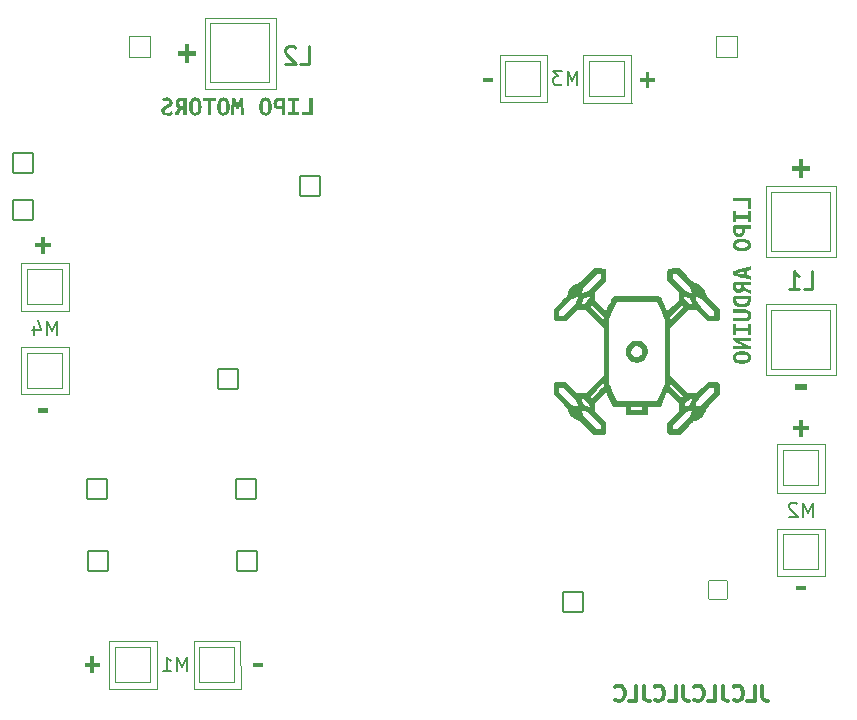
<source format=gbo>
G04 #@! TF.GenerationSoftware,KiCad,Pcbnew,(6.0.10)*
G04 #@! TF.CreationDate,2023-05-03T21:15:51-04:00*
G04 #@! TF.ProjectId,MiniCopterSchematic,4d696e69-436f-4707-9465-72536368656d,v01*
G04 #@! TF.SameCoordinates,Original*
G04 #@! TF.FileFunction,Legend,Bot*
G04 #@! TF.FilePolarity,Positive*
%FSLAX46Y46*%
G04 Gerber Fmt 4.6, Leading zero omitted, Abs format (unit mm)*
G04 Created by KiCad (PCBNEW (6.0.10)) date 2023-05-03 21:15:51*
%MOMM*%
%LPD*%
G01*
G04 APERTURE LIST*
G04 Aperture macros list*
%AMRoundRect*
0 Rectangle with rounded corners*
0 $1 Rounding radius*
0 $2 $3 $4 $5 $6 $7 $8 $9 X,Y pos of 4 corners*
0 Add a 4 corners polygon primitive as box body*
4,1,4,$2,$3,$4,$5,$6,$7,$8,$9,$2,$3,0*
0 Add four circle primitives for the rounded corners*
1,1,$1+$1,$2,$3*
1,1,$1+$1,$4,$5*
1,1,$1+$1,$6,$7*
1,1,$1+$1,$8,$9*
0 Add four rect primitives between the rounded corners*
20,1,$1+$1,$2,$3,$4,$5,0*
20,1,$1+$1,$4,$5,$6,$7,0*
20,1,$1+$1,$6,$7,$8,$9,0*
20,1,$1+$1,$8,$9,$2,$3,0*%
G04 Aperture macros list end*
%ADD10C,0.300000*%
%ADD11C,0.200000*%
%ADD12C,0.250000*%
%ADD13C,0.120000*%
%ADD14C,6.500000*%
%ADD15RoundRect,0.050000X0.850000X-0.850000X0.850000X0.850000X-0.850000X0.850000X-0.850000X-0.850000X0*%
%ADD16O,1.800000X1.800000*%
%ADD17C,1.800000*%
%ADD18C,1.700000*%
%ADD19O,1.700000X1.700000*%
%ADD20RoundRect,0.050000X-0.850000X-0.850000X0.850000X-0.850000X0.850000X0.850000X-0.850000X0.850000X0*%
%ADD21RoundRect,0.050000X0.900000X0.900000X-0.900000X0.900000X-0.900000X-0.900000X0.900000X-0.900000X0*%
%ADD22C,1.900000*%
%ADD23RoundRect,0.050000X-0.850000X0.850000X-0.850000X-0.850000X0.850000X-0.850000X0.850000X0.850000X0*%
%ADD24RoundRect,0.050000X0.800000X-0.800000X0.800000X0.800000X-0.800000X0.800000X-0.800000X-0.800000X0*%
%ADD25RoundRect,0.050000X-1.500000X1.500000X-1.500000X-1.500000X1.500000X-1.500000X1.500000X1.500000X0*%
%ADD26RoundRect,0.050000X-2.500000X-2.500000X2.500000X-2.500000X2.500000X2.500000X-2.500000X2.500000X0*%
%ADD27RoundRect,0.050000X-1.500000X-1.500000X1.500000X-1.500000X1.500000X1.500000X-1.500000X1.500000X0*%
%ADD28RoundRect,0.050000X-2.500000X2.500000X-2.500000X-2.500000X2.500000X-2.500000X2.500000X2.500000X0*%
%ADD29RoundRect,0.050000X1.500000X1.500000X-1.500000X1.500000X-1.500000X-1.500000X1.500000X-1.500000X0*%
G04 APERTURE END LIST*
D10*
X140704761Y-130288095D02*
X140704761Y-131216666D01*
X140766666Y-131402380D01*
X140890476Y-131526190D01*
X141076190Y-131588095D01*
X141200000Y-131588095D01*
X139466666Y-131588095D02*
X140085714Y-131588095D01*
X140085714Y-130288095D01*
X138290476Y-131464285D02*
X138352380Y-131526190D01*
X138538095Y-131588095D01*
X138661904Y-131588095D01*
X138847619Y-131526190D01*
X138971428Y-131402380D01*
X139033333Y-131278571D01*
X139095238Y-131030952D01*
X139095238Y-130845238D01*
X139033333Y-130597619D01*
X138971428Y-130473809D01*
X138847619Y-130350000D01*
X138661904Y-130288095D01*
X138538095Y-130288095D01*
X138352380Y-130350000D01*
X138290476Y-130411904D01*
X137361904Y-130288095D02*
X137361904Y-131216666D01*
X137423809Y-131402380D01*
X137547619Y-131526190D01*
X137733333Y-131588095D01*
X137857142Y-131588095D01*
X136123809Y-131588095D02*
X136742857Y-131588095D01*
X136742857Y-130288095D01*
X134947619Y-131464285D02*
X135009523Y-131526190D01*
X135195238Y-131588095D01*
X135319047Y-131588095D01*
X135504761Y-131526190D01*
X135628571Y-131402380D01*
X135690476Y-131278571D01*
X135752380Y-131030952D01*
X135752380Y-130845238D01*
X135690476Y-130597619D01*
X135628571Y-130473809D01*
X135504761Y-130350000D01*
X135319047Y-130288095D01*
X135195238Y-130288095D01*
X135009523Y-130350000D01*
X134947619Y-130411904D01*
X134019047Y-130288095D02*
X134019047Y-131216666D01*
X134080952Y-131402380D01*
X134204761Y-131526190D01*
X134390476Y-131588095D01*
X134514285Y-131588095D01*
X132780952Y-131588095D02*
X133400000Y-131588095D01*
X133400000Y-130288095D01*
X131604761Y-131464285D02*
X131666666Y-131526190D01*
X131852380Y-131588095D01*
X131976190Y-131588095D01*
X132161904Y-131526190D01*
X132285714Y-131402380D01*
X132347619Y-131278571D01*
X132409523Y-131030952D01*
X132409523Y-130845238D01*
X132347619Y-130597619D01*
X132285714Y-130473809D01*
X132161904Y-130350000D01*
X131976190Y-130288095D01*
X131852380Y-130288095D01*
X131666666Y-130350000D01*
X131604761Y-130411904D01*
X130676190Y-130288095D02*
X130676190Y-131216666D01*
X130738095Y-131402380D01*
X130861904Y-131526190D01*
X131047619Y-131588095D01*
X131171428Y-131588095D01*
X129438095Y-131588095D02*
X130057142Y-131588095D01*
X130057142Y-130288095D01*
X128261904Y-131464285D02*
X128323809Y-131526190D01*
X128509523Y-131588095D01*
X128633333Y-131588095D01*
X128819047Y-131526190D01*
X128942857Y-131402380D01*
X129004761Y-131278571D01*
X129066666Y-131030952D01*
X129066666Y-130845238D01*
X129004761Y-130597619D01*
X128942857Y-130473809D01*
X128819047Y-130350000D01*
X128633333Y-130288095D01*
X128509523Y-130288095D01*
X128323809Y-130350000D01*
X128261904Y-130411904D01*
D11*
X144971428Y-115986857D02*
X144971428Y-114786857D01*
X144571428Y-115644000D01*
X144171428Y-114786857D01*
X144171428Y-115986857D01*
X143657142Y-114901142D02*
X143600000Y-114844000D01*
X143485714Y-114786857D01*
X143200000Y-114786857D01*
X143085714Y-114844000D01*
X143028571Y-114901142D01*
X142971428Y-115015428D01*
X142971428Y-115129714D01*
X143028571Y-115301142D01*
X143714285Y-115986857D01*
X142971428Y-115986857D01*
D12*
X101620000Y-77628571D02*
X102334285Y-77628571D01*
X102334285Y-76128571D01*
X101191428Y-76271428D02*
X101120000Y-76200000D01*
X100977142Y-76128571D01*
X100620000Y-76128571D01*
X100477142Y-76200000D01*
X100405714Y-76271428D01*
X100334285Y-76414285D01*
X100334285Y-76557142D01*
X100405714Y-76771428D01*
X101262857Y-77628571D01*
X100334285Y-77628571D01*
D11*
X91971428Y-129042857D02*
X91971428Y-127842857D01*
X91571428Y-128700000D01*
X91171428Y-127842857D01*
X91171428Y-129042857D01*
X89971428Y-129042857D02*
X90657142Y-129042857D01*
X90314285Y-129042857D02*
X90314285Y-127842857D01*
X90428571Y-128014285D01*
X90542857Y-128128571D01*
X90657142Y-128185714D01*
D12*
X144250000Y-96678571D02*
X144964285Y-96678571D01*
X144964285Y-95178571D01*
X142964285Y-96678571D02*
X143821428Y-96678571D01*
X143392857Y-96678571D02*
X143392857Y-95178571D01*
X143535714Y-95392857D01*
X143678571Y-95535714D01*
X143821428Y-95607142D01*
D11*
X80971428Y-100598857D02*
X80971428Y-99398857D01*
X80571428Y-100256000D01*
X80171428Y-99398857D01*
X80171428Y-100598857D01*
X79085714Y-99798857D02*
X79085714Y-100598857D01*
X79371428Y-99341714D02*
X79657142Y-100198857D01*
X78914285Y-100198857D01*
X125027428Y-79442857D02*
X125027428Y-78242857D01*
X124627428Y-79100000D01*
X124227428Y-78242857D01*
X124227428Y-79442857D01*
X123770285Y-78242857D02*
X123027428Y-78242857D01*
X123427428Y-78700000D01*
X123256000Y-78700000D01*
X123141714Y-78757142D01*
X123084571Y-78814285D01*
X123027428Y-78928571D01*
X123027428Y-79214285D01*
X123084571Y-79328571D01*
X123141714Y-79385714D01*
X123256000Y-79442857D01*
X123598857Y-79442857D01*
X123713142Y-79385714D01*
X123770285Y-79328571D01*
G36*
X98434975Y-128712087D02*
G01*
X97565025Y-128712087D01*
X97565025Y-128327912D01*
X98434975Y-128327912D01*
X98434975Y-128712087D01*
G37*
G36*
X144434975Y-122192087D02*
G01*
X143565025Y-122192087D01*
X143565025Y-121807912D01*
X144434975Y-121807912D01*
X144434975Y-122192087D01*
G37*
G36*
X131168275Y-78839663D02*
G01*
X131666750Y-78839663D01*
X131666750Y-79160337D01*
X131168275Y-79160337D01*
X131168275Y-79712788D01*
X130831725Y-79712788D01*
X130831725Y-79160337D01*
X130333250Y-79160337D01*
X130333250Y-78839663D01*
X130831725Y-78839663D01*
X130831725Y-78287212D01*
X131168275Y-78287212D01*
X131168275Y-78839663D01*
G37*
G36*
X117934975Y-79192087D02*
G01*
X117065025Y-79192087D01*
X117065025Y-78807912D01*
X117934975Y-78807912D01*
X117934975Y-79192087D01*
G37*
G36*
X92193516Y-76565612D02*
G01*
X92766763Y-76565612D01*
X92766763Y-76934388D01*
X92193516Y-76934388D01*
X92193516Y-77569706D01*
X91806484Y-77569706D01*
X91806484Y-76934388D01*
X91233237Y-76934388D01*
X91233237Y-76565612D01*
X91806484Y-76565612D01*
X91806484Y-75930294D01*
X92193516Y-75930294D01*
X92193516Y-76565612D01*
G37*
G36*
X144168275Y-108339663D02*
G01*
X144666750Y-108339663D01*
X144666750Y-108660337D01*
X144168275Y-108660337D01*
X144168275Y-109212788D01*
X143831725Y-109212788D01*
X143831725Y-108660337D01*
X143333250Y-108660337D01*
X143333250Y-108339663D01*
X143831725Y-108339663D01*
X143831725Y-107787212D01*
X144168275Y-107787212D01*
X144168275Y-108339663D01*
G37*
G36*
X79968275Y-92839663D02*
G01*
X80466750Y-92839663D01*
X80466750Y-93160337D01*
X79968275Y-93160337D01*
X79968275Y-93712788D01*
X79631725Y-93712788D01*
X79631725Y-93160337D01*
X79133250Y-93160337D01*
X79133250Y-92839663D01*
X79631725Y-92839663D01*
X79631725Y-92287212D01*
X79968275Y-92287212D01*
X79968275Y-92839663D01*
G37*
G36*
X80234975Y-107192087D02*
G01*
X79365025Y-107192087D01*
X79365025Y-106807912D01*
X80234975Y-106807912D01*
X80234975Y-107192087D01*
G37*
G36*
X144193516Y-86315612D02*
G01*
X144766763Y-86315612D01*
X144766763Y-86684388D01*
X144193516Y-86684388D01*
X144193516Y-87319706D01*
X143806484Y-87319706D01*
X143806484Y-86684388D01*
X143233237Y-86684388D01*
X143233237Y-86315612D01*
X143806484Y-86315612D01*
X143806484Y-85680294D01*
X144193516Y-85680294D01*
X144193516Y-86315612D01*
G37*
G36*
X84168275Y-128339663D02*
G01*
X84666750Y-128339663D01*
X84666750Y-128660337D01*
X84168275Y-128660337D01*
X84168275Y-129212788D01*
X83831725Y-129212788D01*
X83831725Y-128660337D01*
X83333250Y-128660337D01*
X83333250Y-128339663D01*
X83831725Y-128339663D01*
X83831725Y-127787212D01*
X84168275Y-127787212D01*
X84168275Y-128339663D01*
G37*
G36*
X144500221Y-105220901D02*
G01*
X143499779Y-105220901D01*
X143499779Y-104779099D01*
X144500221Y-104779099D01*
X144500221Y-105220901D01*
G37*
G36*
X139738187Y-101083969D02*
G01*
X138759494Y-101083969D01*
X138922874Y-101172472D01*
X139085990Y-101257006D01*
X139248841Y-101337572D01*
X139411692Y-101414169D01*
X139574807Y-101486797D01*
X139738187Y-101555456D01*
X139738187Y-101791200D01*
X138264194Y-101791200D01*
X138264194Y-101526881D01*
X139171450Y-101526881D01*
X139078581Y-101484912D01*
X138971425Y-101435203D01*
X138855339Y-101379244D01*
X138735681Y-101318522D01*
X138613940Y-101254526D01*
X138491603Y-101188744D01*
X138373434Y-101122069D01*
X138264194Y-101055394D01*
X138264194Y-100819650D01*
X139738187Y-100819650D01*
X139738187Y-101083969D01*
G37*
G36*
X139738187Y-95611856D02*
G01*
X139738187Y-95926181D01*
X139571071Y-95886891D01*
X139408813Y-95847124D01*
X139251412Y-95806881D01*
X139098869Y-95766161D01*
X138951184Y-95724966D01*
X138772070Y-95673099D01*
X138597866Y-95621084D01*
X138428574Y-95568919D01*
X138264194Y-95516606D01*
X138264194Y-95349919D01*
X138549944Y-95349919D01*
X138708297Y-95393972D01*
X138855934Y-95432072D01*
X139002381Y-95464219D01*
X139154781Y-95492794D01*
X139154781Y-95204663D01*
X139002381Y-95234428D01*
X138855934Y-95267766D01*
X138708297Y-95305866D01*
X138549944Y-95349919D01*
X138264194Y-95349919D01*
X138264194Y-95197519D01*
X138427235Y-95147066D01*
X138594890Y-95095720D01*
X138767158Y-95043482D01*
X138944041Y-94990350D01*
X139090487Y-94947583D01*
X139243126Y-94905006D01*
X139401955Y-94862620D01*
X139566976Y-94820424D01*
X139738187Y-94778419D01*
X139738187Y-95083219D01*
X139397669Y-95149894D01*
X139397669Y-95542800D01*
X139738187Y-95611856D01*
G37*
G36*
X139738187Y-89899238D02*
G01*
X139495300Y-89899238D01*
X139495300Y-89268206D01*
X138264194Y-89268206D01*
X138264194Y-88972931D01*
X139738187Y-88972931D01*
X139738187Y-89899238D01*
G37*
G36*
X139327422Y-98427684D02*
G01*
X139438150Y-98445544D01*
X139535186Y-98477691D01*
X139616744Y-98526506D01*
X139729853Y-98680097D01*
X139759321Y-98788146D01*
X139769144Y-98919413D01*
X139759321Y-99052763D01*
X139729853Y-99162300D01*
X139681930Y-99250406D01*
X139616744Y-99319463D01*
X139535186Y-99370064D01*
X139438150Y-99402806D01*
X139327422Y-99420666D01*
X139204787Y-99426619D01*
X138264194Y-99426619D01*
X138264194Y-99133725D01*
X139183356Y-99133725D01*
X139339328Y-99124200D01*
X139441722Y-99090863D01*
X139497681Y-99026569D01*
X139514350Y-98924175D01*
X139497681Y-98821781D01*
X139442912Y-98758678D01*
X139341709Y-98726531D01*
X139185737Y-98717006D01*
X138264194Y-98717006D01*
X138264194Y-98421731D01*
X139204787Y-98421731D01*
X139327422Y-98427684D01*
G37*
G36*
X139227409Y-91887449D02*
G01*
X139188119Y-92034690D01*
X139122634Y-92153091D01*
X139027781Y-92239742D01*
X138900384Y-92291732D01*
X138740444Y-92309063D01*
X138582091Y-92291865D01*
X138456281Y-92240271D01*
X138363016Y-92154281D01*
X138298854Y-92037071D01*
X138260357Y-91891815D01*
X138249993Y-91751850D01*
X138502319Y-91751850D01*
X138515713Y-91856923D01*
X138555897Y-91938778D01*
X138628227Y-91991463D01*
X138738062Y-92009025D01*
X138853851Y-91991166D01*
X138929753Y-91937588D01*
X138971723Y-91848886D01*
X138985712Y-91725656D01*
X138985712Y-91606594D01*
X138509462Y-91606594D01*
X138503509Y-91679222D01*
X138502319Y-91751850D01*
X138249993Y-91751850D01*
X138247525Y-91718513D01*
X138249906Y-91625644D01*
X138255859Y-91518488D01*
X138266575Y-91410141D01*
X138283244Y-91313700D01*
X139738187Y-91313700D01*
X139738187Y-91606594D01*
X139240506Y-91606594D01*
X139240506Y-91711369D01*
X139227409Y-91887449D01*
G37*
G36*
X139747580Y-102654006D02*
G01*
X139682890Y-102784181D01*
X139575072Y-102888956D01*
X139466353Y-102949380D01*
X139334268Y-102992541D01*
X139178817Y-103018437D01*
X139000000Y-103027069D01*
X138821183Y-103018586D01*
X138665732Y-102993136D01*
X138533647Y-102950720D01*
X138424928Y-102891338D01*
X138317110Y-102787092D01*
X138252420Y-102655329D01*
X138230856Y-102496050D01*
X138485650Y-102496050D01*
X138526131Y-102617494D01*
X138635669Y-102687741D01*
X138798784Y-102721078D01*
X138896118Y-102727329D01*
X139000000Y-102729413D01*
X139103584Y-102727329D01*
X139200025Y-102721078D01*
X139363141Y-102687741D01*
X139473869Y-102616303D01*
X139514350Y-102496050D01*
X139473869Y-102374606D01*
X139364331Y-102304359D01*
X139201216Y-102271022D01*
X139103882Y-102264771D01*
X139000000Y-102262688D01*
X138896416Y-102264771D01*
X138799975Y-102271022D01*
X138636859Y-102304359D01*
X138526131Y-102374606D01*
X138485650Y-102496050D01*
X138230856Y-102496050D01*
X138252420Y-102341533D01*
X138317110Y-102211358D01*
X138424928Y-102105525D01*
X138533647Y-102044059D01*
X138665732Y-102000155D01*
X138821183Y-101973812D01*
X139000000Y-101965031D01*
X139178817Y-101973589D01*
X139334268Y-101999262D01*
X139466353Y-102042050D01*
X139575072Y-102101953D01*
X139682890Y-102206860D01*
X139747580Y-102339020D01*
X139768822Y-102496050D01*
X139769144Y-102498431D01*
X139747580Y-102654006D01*
G37*
G36*
X138507081Y-90444544D02*
G01*
X139495300Y-90444544D01*
X139495300Y-90123075D01*
X139738187Y-90123075D01*
X139738187Y-91058906D01*
X139495300Y-91058906D01*
X139495300Y-90739819D01*
X138507081Y-90739819D01*
X138507081Y-91058906D01*
X138264194Y-91058906D01*
X138264194Y-90123075D01*
X138507081Y-90123075D01*
X138507081Y-90444544D01*
G37*
G36*
X139715566Y-97856184D02*
G01*
X139661690Y-97972568D01*
X139583406Y-98071688D01*
X139479524Y-98152352D01*
X139348853Y-98213372D01*
X139189607Y-98251770D01*
X139000000Y-98264569D01*
X138814560Y-98252960D01*
X138658291Y-98218134D01*
X138529108Y-98162473D01*
X138424928Y-98088356D01*
X138345454Y-97995785D01*
X138290387Y-97884759D01*
X138258241Y-97758255D01*
X138249544Y-97645444D01*
X138502319Y-97645444D01*
X138543991Y-97804988D01*
X138654719Y-97902619D01*
X138814262Y-97952625D01*
X139000000Y-97966913D01*
X139105073Y-97962448D01*
X139201216Y-97949053D01*
X139359569Y-97889522D01*
X139464344Y-97779984D01*
X139502444Y-97612106D01*
X139502444Y-97585913D01*
X139500062Y-97559719D01*
X138509462Y-97559719D01*
X138503509Y-97602581D01*
X138502319Y-97645444D01*
X138249544Y-97645444D01*
X138247525Y-97619250D01*
X138254669Y-97454944D01*
X138283244Y-97266825D01*
X139721519Y-97266825D01*
X139748903Y-97427559D01*
X139757237Y-97581150D01*
X139756892Y-97585913D01*
X139746820Y-97724918D01*
X139715566Y-97856184D01*
G37*
G36*
X138507081Y-99969544D02*
G01*
X139495300Y-99969544D01*
X139495300Y-99648075D01*
X139738187Y-99648075D01*
X139738187Y-100583906D01*
X139495300Y-100583906D01*
X139495300Y-100264819D01*
X138507081Y-100264819D01*
X138507081Y-100583906D01*
X138264194Y-100583906D01*
X138264194Y-99648075D01*
X138507081Y-99648075D01*
X138507081Y-99969544D01*
G37*
G36*
X139330101Y-96602159D02*
G01*
X139463153Y-96677466D01*
X139597991Y-96745629D01*
X139738187Y-96804863D01*
X139738187Y-97112044D01*
X139582216Y-97044178D01*
X139417909Y-96962025D01*
X139260747Y-96873919D01*
X139123825Y-96788194D01*
X139056555Y-96892373D01*
X138964281Y-96962025D01*
X138853553Y-97001316D01*
X138730919Y-97014413D01*
X138615130Y-97004590D01*
X138515416Y-96975122D01*
X138364206Y-96862013D01*
X138312414Y-96781050D01*
X138276100Y-96685800D01*
X138254669Y-96577453D01*
X138247525Y-96457200D01*
X138502319Y-96457200D01*
X138516011Y-96562570D01*
X138557087Y-96645319D01*
X138627334Y-96698897D01*
X138728537Y-96716756D01*
X138894034Y-96650081D01*
X138937790Y-96562570D01*
X138952375Y-96433388D01*
X138952375Y-96369094D01*
X138509462Y-96369094D01*
X138503509Y-96416719D01*
X138502319Y-96457200D01*
X138247525Y-96457200D01*
X138249906Y-96373856D01*
X138255859Y-96273844D01*
X138267766Y-96170259D01*
X138285625Y-96076200D01*
X139738187Y-96076200D01*
X139738187Y-96369094D01*
X139195262Y-96369094D01*
X139195262Y-96521494D01*
X139330101Y-96602159D01*
G37*
G36*
X139747580Y-93129006D02*
G01*
X139682890Y-93259181D01*
X139575072Y-93363956D01*
X139466353Y-93424380D01*
X139334268Y-93467541D01*
X139178817Y-93493437D01*
X139000000Y-93502069D01*
X138821183Y-93493586D01*
X138665732Y-93468136D01*
X138533647Y-93425720D01*
X138424928Y-93366338D01*
X138317110Y-93262092D01*
X138252420Y-93130329D01*
X138230856Y-92971050D01*
X138485650Y-92971050D01*
X138526131Y-93092494D01*
X138635669Y-93162741D01*
X138798784Y-93196078D01*
X138896118Y-93202329D01*
X139000000Y-93204413D01*
X139103584Y-93202329D01*
X139200025Y-93196078D01*
X139363141Y-93162741D01*
X139473869Y-93091303D01*
X139514350Y-92971050D01*
X139473869Y-92849606D01*
X139364331Y-92779359D01*
X139201216Y-92746022D01*
X139103882Y-92739771D01*
X139000000Y-92737688D01*
X138896416Y-92739771D01*
X138799975Y-92746022D01*
X138636859Y-92779359D01*
X138526131Y-92849606D01*
X138485650Y-92971050D01*
X138230856Y-92971050D01*
X138252420Y-92816533D01*
X138317110Y-92686358D01*
X138424928Y-92580525D01*
X138533647Y-92519059D01*
X138665732Y-92475155D01*
X138821183Y-92448812D01*
X139000000Y-92440031D01*
X139178817Y-92448589D01*
X139334268Y-92474262D01*
X139466353Y-92517050D01*
X139575072Y-92576953D01*
X139682890Y-92681860D01*
X139747580Y-92814020D01*
X139768822Y-92971050D01*
X139769144Y-92973431D01*
X139747580Y-93129006D01*
G37*
G36*
X95093903Y-82019144D02*
G01*
X94938328Y-81997580D01*
X94808153Y-81932890D01*
X94703378Y-81825072D01*
X94642954Y-81716353D01*
X94599794Y-81584268D01*
X94573898Y-81428817D01*
X94565266Y-81250000D01*
X94862922Y-81250000D01*
X94865005Y-81353584D01*
X94871256Y-81450025D01*
X94904594Y-81613141D01*
X94976031Y-81723869D01*
X95096284Y-81764350D01*
X95217728Y-81723869D01*
X95287975Y-81614331D01*
X95321312Y-81451216D01*
X95327563Y-81353882D01*
X95329647Y-81250000D01*
X95327563Y-81146416D01*
X95321312Y-81049975D01*
X95287975Y-80886859D01*
X95217728Y-80776131D01*
X95096284Y-80735650D01*
X94974841Y-80776131D01*
X94904594Y-80885669D01*
X94871256Y-81048784D01*
X94865005Y-81146118D01*
X94862922Y-81250000D01*
X94565266Y-81250000D01*
X94573749Y-81071183D01*
X94599198Y-80915732D01*
X94641614Y-80783647D01*
X94700997Y-80674928D01*
X94805243Y-80567110D01*
X94937005Y-80502420D01*
X95096284Y-80480856D01*
X95250801Y-80502420D01*
X95380976Y-80567110D01*
X95486809Y-80674928D01*
X95548275Y-80783647D01*
X95592180Y-80915732D01*
X95618522Y-81071183D01*
X95627303Y-81250000D01*
X95618746Y-81428817D01*
X95593073Y-81584268D01*
X95550285Y-81716353D01*
X95490381Y-81825072D01*
X95385474Y-81932890D01*
X95253315Y-81997580D01*
X95096284Y-82018822D01*
X95093903Y-82019144D01*
G37*
G36*
X98665778Y-82019144D02*
G01*
X98510203Y-81997580D01*
X98380028Y-81932890D01*
X98275253Y-81825072D01*
X98214829Y-81716353D01*
X98171669Y-81584268D01*
X98145773Y-81428817D01*
X98137141Y-81250000D01*
X98434797Y-81250000D01*
X98436880Y-81353584D01*
X98443131Y-81450025D01*
X98476469Y-81613141D01*
X98547906Y-81723869D01*
X98668159Y-81764350D01*
X98789603Y-81723869D01*
X98859850Y-81614331D01*
X98893187Y-81451216D01*
X98899438Y-81353882D01*
X98901522Y-81250000D01*
X98899438Y-81146416D01*
X98893187Y-81049975D01*
X98859850Y-80886859D01*
X98789603Y-80776131D01*
X98668159Y-80735650D01*
X98546716Y-80776131D01*
X98476469Y-80885669D01*
X98443131Y-81048784D01*
X98436880Y-81146118D01*
X98434797Y-81250000D01*
X98137141Y-81250000D01*
X98145624Y-81071183D01*
X98171073Y-80915732D01*
X98213489Y-80783647D01*
X98272872Y-80674928D01*
X98377118Y-80567110D01*
X98508880Y-80502420D01*
X98668159Y-80480856D01*
X98822676Y-80502420D01*
X98952851Y-80567110D01*
X99058684Y-80674928D01*
X99120150Y-80783647D01*
X99164055Y-80915732D01*
X99190397Y-81071183D01*
X99199178Y-81250000D01*
X99190621Y-81428817D01*
X99164948Y-81584268D01*
X99122160Y-81716353D01*
X99062256Y-81825072D01*
X98957349Y-81932890D01*
X98825190Y-81997580D01*
X98668159Y-82018822D01*
X98665778Y-82019144D01*
G37*
G36*
X94441441Y-80757081D02*
G01*
X94053297Y-80757081D01*
X94053297Y-81988187D01*
X93758022Y-81988187D01*
X93758022Y-80757081D01*
X93369878Y-80757081D01*
X93369878Y-80514194D01*
X94441441Y-80514194D01*
X94441441Y-80757081D01*
G37*
G36*
X92712653Y-82019144D02*
G01*
X92557078Y-81997580D01*
X92426903Y-81932890D01*
X92322128Y-81825072D01*
X92261704Y-81716353D01*
X92218544Y-81584268D01*
X92192648Y-81428817D01*
X92184016Y-81250000D01*
X92481672Y-81250000D01*
X92483755Y-81353584D01*
X92490006Y-81450025D01*
X92523344Y-81613141D01*
X92594781Y-81723869D01*
X92715034Y-81764350D01*
X92836478Y-81723869D01*
X92906725Y-81614331D01*
X92940062Y-81451216D01*
X92946313Y-81353882D01*
X92948397Y-81250000D01*
X92946313Y-81146416D01*
X92940062Y-81049975D01*
X92906725Y-80886859D01*
X92836478Y-80776131D01*
X92715034Y-80735650D01*
X92593591Y-80776131D01*
X92523344Y-80885669D01*
X92490006Y-81048784D01*
X92483755Y-81146118D01*
X92481672Y-81250000D01*
X92184016Y-81250000D01*
X92192499Y-81071183D01*
X92217948Y-80915732D01*
X92260364Y-80783647D01*
X92319747Y-80674928D01*
X92423993Y-80567110D01*
X92555755Y-80502420D01*
X92715034Y-80480856D01*
X92869551Y-80502420D01*
X92999726Y-80567110D01*
X93105559Y-80674928D01*
X93167025Y-80783647D01*
X93210930Y-80915732D01*
X93237272Y-81071183D01*
X93246053Y-81250000D01*
X93237496Y-81428817D01*
X93211823Y-81584268D01*
X93169035Y-81716353D01*
X93109131Y-81825072D01*
X93004224Y-81932890D01*
X92872065Y-81997580D01*
X92715034Y-82018822D01*
X92712653Y-82019144D01*
G37*
G36*
X96120222Y-80640400D02*
G01*
X96172609Y-80803516D01*
X96232141Y-80984491D01*
X96291672Y-81166656D01*
X96346441Y-80995206D01*
X96403591Y-80811850D01*
X96457169Y-80642781D01*
X96498841Y-80514194D01*
X96741728Y-80514194D01*
X96757504Y-80675523D01*
X96771494Y-80849950D01*
X96783698Y-81033902D01*
X96794116Y-81223806D01*
X96803343Y-81417283D01*
X96811975Y-81611950D01*
X96820012Y-81803641D01*
X96827453Y-81988187D01*
X96558372Y-81988187D01*
X96570278Y-80842806D01*
X96396447Y-81466694D01*
X96182134Y-81466694D01*
X96001159Y-80842806D01*
X96015447Y-81988187D01*
X95746366Y-81988187D01*
X95751723Y-81799771D01*
X95758272Y-81615522D01*
X95766309Y-81433952D01*
X95776131Y-81253572D01*
X95788037Y-81072895D01*
X95802325Y-80890431D01*
X95818101Y-80704694D01*
X95834472Y-80514194D01*
X96077359Y-80514194D01*
X96120222Y-80640400D01*
G37*
G36*
X90453508Y-80493821D02*
G01*
X90576936Y-80532715D01*
X90677875Y-80597537D01*
X90778780Y-80736841D01*
X90812416Y-80921387D01*
X90774316Y-81096409D01*
X90677875Y-81214281D01*
X90548097Y-81292862D01*
X90409984Y-81347631D01*
X90309972Y-81389303D01*
X90219484Y-81439309D01*
X90152809Y-81502412D01*
X90126616Y-81583375D01*
X90137331Y-81653622D01*
X90176622Y-81715534D01*
X90254012Y-81758397D01*
X90376647Y-81773875D01*
X90495412Y-81765541D01*
X90594531Y-81740537D01*
X90748122Y-81669100D01*
X90833847Y-81907225D01*
X90669541Y-81979853D01*
X90541548Y-82009321D01*
X90376647Y-82019144D01*
X90209562Y-82006576D01*
X90073434Y-81968873D01*
X89968262Y-81906034D01*
X89867357Y-81769410D01*
X89833722Y-81585756D01*
X89843842Y-81474730D01*
X89874203Y-81384541D01*
X89977787Y-81251191D01*
X90115900Y-81165466D01*
X90259966Y-81107125D01*
X90351644Y-81071406D01*
X90434987Y-81027353D01*
X90495709Y-80970203D01*
X90519522Y-80895194D01*
X90493593Y-80801267D01*
X90415805Y-80744910D01*
X90286159Y-80726125D01*
X90118281Y-80749937D01*
X89986122Y-80807087D01*
X89900397Y-80580869D01*
X90070656Y-80511812D01*
X90180491Y-80488595D01*
X90307591Y-80480856D01*
X90453508Y-80493821D01*
G37*
G36*
X100013566Y-80499906D02*
G01*
X100120722Y-80505859D01*
X100229069Y-80516575D01*
X100325509Y-80533244D01*
X100325509Y-81988187D01*
X100032616Y-81988187D01*
X100032616Y-81490506D01*
X99927841Y-81490506D01*
X99751760Y-81477409D01*
X99604520Y-81438119D01*
X99486119Y-81372634D01*
X99399468Y-81277781D01*
X99347477Y-81150384D01*
X99330147Y-80990444D01*
X99330406Y-80988062D01*
X99630184Y-80988062D01*
X99648044Y-81103851D01*
X99701622Y-81179753D01*
X99790323Y-81221723D01*
X99913553Y-81235712D01*
X100032616Y-81235712D01*
X100032616Y-80759462D01*
X99959987Y-80753509D01*
X99887359Y-80752319D01*
X99782287Y-80765713D01*
X99700431Y-80805897D01*
X99647746Y-80878227D01*
X99630184Y-80988062D01*
X99330406Y-80988062D01*
X99347345Y-80832091D01*
X99398939Y-80706281D01*
X99484928Y-80613016D01*
X99602139Y-80548854D01*
X99747395Y-80510357D01*
X99920697Y-80497525D01*
X100013566Y-80499906D01*
G37*
G36*
X91693478Y-80499906D02*
G01*
X91793491Y-80505859D01*
X91897075Y-80517766D01*
X91991134Y-80535625D01*
X91991134Y-81988187D01*
X91698241Y-81988187D01*
X91698241Y-81445262D01*
X91545841Y-81445262D01*
X91465176Y-81580101D01*
X91389869Y-81713153D01*
X91321705Y-81847991D01*
X91262472Y-81988187D01*
X90955291Y-81988187D01*
X91023156Y-81832216D01*
X91105309Y-81667909D01*
X91193416Y-81510747D01*
X91279141Y-81373825D01*
X91174961Y-81306555D01*
X91105309Y-81214281D01*
X91066019Y-81103553D01*
X91052922Y-80980919D01*
X91053124Y-80978537D01*
X91350578Y-80978537D01*
X91417253Y-81144034D01*
X91504764Y-81187790D01*
X91633947Y-81202375D01*
X91698241Y-81202375D01*
X91698241Y-80759462D01*
X91650616Y-80753509D01*
X91610134Y-80752319D01*
X91504764Y-80766011D01*
X91422016Y-80807087D01*
X91368437Y-80877334D01*
X91350578Y-80978537D01*
X91053124Y-80978537D01*
X91062745Y-80865130D01*
X91092212Y-80765416D01*
X91205322Y-80614206D01*
X91286284Y-80562414D01*
X91381534Y-80526100D01*
X91489881Y-80504669D01*
X91610134Y-80497525D01*
X91693478Y-80499906D01*
G37*
G36*
X101516134Y-80757081D02*
G01*
X101194666Y-80757081D01*
X101194666Y-81745300D01*
X101516134Y-81745300D01*
X101516134Y-81988187D01*
X100580303Y-81988187D01*
X100580303Y-81745300D01*
X100899391Y-81745300D01*
X100899391Y-80757081D01*
X100580303Y-80757081D01*
X100580303Y-80514194D01*
X101516134Y-80514194D01*
X101516134Y-80757081D01*
G37*
G36*
X102666278Y-81988187D02*
G01*
X101739972Y-81988187D01*
X101739972Y-81745300D01*
X102371003Y-81745300D01*
X102371003Y-80514194D01*
X102666278Y-80514194D01*
X102666278Y-81988187D01*
G37*
D13*
X141968000Y-117032000D02*
X145992000Y-117019500D01*
X145992000Y-120979500D02*
X145992000Y-117026250D01*
X141988000Y-113944000D02*
X146012000Y-113931500D01*
X141968000Y-117032000D02*
X141968000Y-120992000D01*
X146032000Y-113925750D02*
X146032000Y-109850250D01*
X141968000Y-109856000D02*
X141968000Y-113944000D01*
X141968000Y-120992000D02*
X145992000Y-120979500D01*
X145992000Y-109856000D02*
X141968000Y-109856000D01*
X99520000Y-79750000D02*
X99520000Y-73750000D01*
X99520000Y-73750000D02*
X93520000Y-73750000D01*
X93520000Y-73750000D02*
X93520000Y-79750000D01*
X93520000Y-79750000D02*
X99520000Y-79750000D01*
X85412000Y-126508000D02*
X85412000Y-130532000D01*
X89481750Y-126468000D02*
X85406250Y-126468000D01*
X92588000Y-130532000D02*
X92575500Y-126508000D01*
X85412000Y-130532000D02*
X89500000Y-130532000D01*
X92588000Y-130532000D02*
X96548000Y-130532000D01*
X96548000Y-130532000D02*
X96535500Y-126508000D01*
X89500000Y-130512000D02*
X89487500Y-126488000D01*
X96535500Y-126508000D02*
X92582250Y-126508000D01*
X141000000Y-98000000D02*
X141000000Y-104000000D01*
X141000000Y-104000000D02*
X147000000Y-104000000D01*
X141000000Y-88000000D02*
X141000000Y-94000000D01*
X147000000Y-98000000D02*
X141000000Y-98000000D01*
X147000000Y-104000000D02*
X147000000Y-98000000D01*
X141000000Y-94000000D02*
X147000000Y-94000000D01*
X147000000Y-94000000D02*
X147000000Y-88000000D01*
X147000000Y-88000000D02*
X141000000Y-88000000D01*
X82032000Y-98537750D02*
X82032000Y-94462250D01*
X77968000Y-101644000D02*
X77968000Y-105604000D01*
X77968000Y-105604000D02*
X81992000Y-105591500D01*
X77968000Y-101644000D02*
X81992000Y-101631500D01*
X77968000Y-94468000D02*
X77968000Y-98556000D01*
X81992000Y-105591500D02*
X81992000Y-101638250D01*
X77988000Y-98556000D02*
X82012000Y-98543500D01*
X81992000Y-94468000D02*
X77968000Y-94468000D01*
G36*
X130984066Y-102298723D02*
G01*
X130891876Y-102494105D01*
X130758194Y-102664954D01*
X130586851Y-102802688D01*
X130381679Y-102898728D01*
X130347068Y-102908480D01*
X130196487Y-102928371D01*
X130024173Y-102925526D01*
X129854777Y-102901457D01*
X129712948Y-102857679D01*
X129594709Y-102789297D01*
X129452821Y-102671032D01*
X129328360Y-102530745D01*
X129240032Y-102387052D01*
X129208320Y-102297534D01*
X129178685Y-102126962D01*
X129175554Y-102000000D01*
X129630716Y-102000000D01*
X129641275Y-102078815D01*
X129695281Y-102206773D01*
X129783680Y-102321530D01*
X129893571Y-102403291D01*
X129935894Y-102422904D01*
X130028827Y-102456143D01*
X130100000Y-102469284D01*
X130178816Y-102458725D01*
X130306774Y-102404719D01*
X130421531Y-102316320D01*
X130503291Y-102206429D01*
X130522905Y-102164106D01*
X130556144Y-102071173D01*
X130569285Y-102000000D01*
X130558726Y-101921184D01*
X130504720Y-101793226D01*
X130416321Y-101678469D01*
X130306430Y-101596709D01*
X130264107Y-101577095D01*
X130171174Y-101543856D01*
X130100000Y-101530715D01*
X130021185Y-101541274D01*
X129893227Y-101595280D01*
X129778470Y-101683679D01*
X129696709Y-101793570D01*
X129677096Y-101835893D01*
X129643857Y-101928826D01*
X129630716Y-102000000D01*
X129175554Y-102000000D01*
X129174092Y-101940742D01*
X129194541Y-101761770D01*
X129240032Y-101612947D01*
X129306126Y-101499961D01*
X129426093Y-101355700D01*
X129568108Y-101229316D01*
X129712948Y-101140031D01*
X129802466Y-101108319D01*
X129973038Y-101078684D01*
X130159258Y-101074091D01*
X130338230Y-101094540D01*
X130487053Y-101140031D01*
X130609452Y-101212740D01*
X130750380Y-101332017D01*
X130872315Y-101471010D01*
X130956745Y-101611152D01*
X130973356Y-101651181D01*
X131028638Y-101868680D01*
X131030015Y-102000000D01*
X131030931Y-102087388D01*
X130984066Y-102298723D01*
G37*
G36*
X127037867Y-98131279D02*
G01*
X127510029Y-98602792D01*
X127764796Y-98006303D01*
X127795716Y-97934566D01*
X127872087Y-97762807D01*
X127942964Y-97610665D01*
X128004131Y-97486796D01*
X128051371Y-97399852D01*
X128080468Y-97358487D01*
X128081864Y-97357334D01*
X128097561Y-97347313D01*
X128120878Y-97338716D01*
X128156068Y-97331434D01*
X128207384Y-97325360D01*
X128279080Y-97320385D01*
X128375409Y-97316401D01*
X128500624Y-97313299D01*
X128658980Y-97310972D01*
X128854728Y-97309310D01*
X129092123Y-97308207D01*
X129375419Y-97307552D01*
X129708868Y-97307239D01*
X130096724Y-97307159D01*
X130429839Y-97307262D01*
X130777795Y-97307704D01*
X131074561Y-97308575D01*
X131324205Y-97309962D01*
X131530797Y-97311951D01*
X131698404Y-97314629D01*
X131831096Y-97318081D01*
X131932941Y-97322394D01*
X132008008Y-97327656D01*
X132060365Y-97333951D01*
X132094081Y-97341367D01*
X132113225Y-97349990D01*
X132114137Y-97350661D01*
X132147051Y-97394471D01*
X132198287Y-97486846D01*
X132264956Y-97621944D01*
X132344171Y-97793922D01*
X132433042Y-97996938D01*
X132691711Y-98601055D01*
X133163003Y-98130411D01*
X133634296Y-97659767D01*
X133633958Y-97379831D01*
X134095696Y-97379831D01*
X134103912Y-97431812D01*
X134105375Y-97438097D01*
X134142706Y-97515272D01*
X134222713Y-97618343D01*
X134348217Y-97750992D01*
X134390656Y-97792680D01*
X134508213Y-97899121D01*
X134598749Y-97964150D01*
X134668188Y-97992234D01*
X134698826Y-97997383D01*
X134738322Y-97997895D01*
X134755870Y-97979135D01*
X134751890Y-97932157D01*
X134726798Y-97848021D01*
X134681013Y-97717782D01*
X134602194Y-97497806D01*
X134382218Y-97418987D01*
X134304446Y-97391337D01*
X134228213Y-97366129D01*
X135075381Y-97366129D01*
X135086386Y-97421145D01*
X135111735Y-97511721D01*
X135147930Y-97624723D01*
X135233797Y-97879099D01*
X135333684Y-97979135D01*
X135553389Y-98199168D01*
X136302755Y-98949653D01*
X136669977Y-98949653D01*
X136669977Y-98582430D01*
X135599423Y-97513472D01*
X135345047Y-97427606D01*
X135286289Y-97408283D01*
X135182913Y-97377100D01*
X135108561Y-97358521D01*
X135076367Y-97356043D01*
X135075381Y-97366129D01*
X134228213Y-97366129D01*
X134198630Y-97356347D01*
X134134362Y-97342498D01*
X134102949Y-97350193D01*
X134095696Y-97379831D01*
X133633958Y-97379831D01*
X133633872Y-97308222D01*
X133633448Y-96956676D01*
X133157255Y-96477309D01*
X132681063Y-95997943D01*
X132681063Y-95797245D01*
X133150347Y-95797245D01*
X134220901Y-96866203D01*
X134475277Y-96952070D01*
X134534036Y-96971393D01*
X134637411Y-97002576D01*
X134711763Y-97021155D01*
X134743957Y-97023633D01*
X134744943Y-97013547D01*
X134733938Y-96958530D01*
X134708589Y-96867955D01*
X134675552Y-96764811D01*
X135175201Y-96764811D01*
X135186618Y-96808273D01*
X135232795Y-96867205D01*
X135284501Y-96906267D01*
X135340938Y-96925866D01*
X135362467Y-96920474D01*
X135354989Y-96894015D01*
X135306121Y-96837875D01*
X135286236Y-96817779D01*
X135231454Y-96769283D01*
X135197977Y-96749884D01*
X135175201Y-96764811D01*
X134675552Y-96764811D01*
X134672394Y-96754953D01*
X134586528Y-96500577D01*
X133517570Y-95430023D01*
X133150347Y-95430023D01*
X133150347Y-95797245D01*
X132681063Y-95797245D01*
X132681063Y-95551333D01*
X132681147Y-95447703D01*
X132682283Y-95305380D01*
X132685883Y-95205832D01*
X132693354Y-95138927D01*
X132706101Y-95094531D01*
X132725533Y-95062510D01*
X132753055Y-95032731D01*
X132770361Y-95015957D01*
X132800164Y-94993230D01*
X132837987Y-94977787D01*
X132893957Y-94968221D01*
X132978203Y-94963127D01*
X133100853Y-94961102D01*
X133272035Y-94960739D01*
X133719022Y-94960739D01*
X134307260Y-95545872D01*
X134386311Y-95624431D01*
X134544215Y-95780452D01*
X134668947Y-95901565D01*
X134766154Y-95992543D01*
X134841484Y-96058158D01*
X134900586Y-96103181D01*
X134949108Y-96132384D01*
X134992698Y-96150541D01*
X135037003Y-96162422D01*
X135119570Y-96184188D01*
X135349457Y-96283263D01*
X135554084Y-96428564D01*
X135725568Y-96612208D01*
X135856027Y-96826313D01*
X135888471Y-96920474D01*
X135920540Y-97013547D01*
X135937578Y-97062997D01*
X135942198Y-97082394D01*
X135956178Y-97125702D01*
X135978475Y-97170710D01*
X136013860Y-97223065D01*
X136067105Y-97288416D01*
X136142982Y-97372411D01*
X136246264Y-97480698D01*
X136381722Y-97618925D01*
X136554128Y-97792740D01*
X137139261Y-98380978D01*
X137139261Y-98827965D01*
X137139176Y-98932200D01*
X137139036Y-98949653D01*
X137138036Y-99074442D01*
X137134432Y-99173933D01*
X137126958Y-99240801D01*
X137114209Y-99285173D01*
X137094781Y-99317178D01*
X137067269Y-99346945D01*
X137050040Y-99363648D01*
X137020233Y-99386403D01*
X136982431Y-99401866D01*
X136926501Y-99411444D01*
X136842309Y-99416545D01*
X136719723Y-99418573D01*
X136548610Y-99418937D01*
X136101944Y-99418937D01*
X135616042Y-98940313D01*
X135130139Y-98461689D01*
X134784288Y-98465128D01*
X134438436Y-98468568D01*
X133677070Y-99229511D01*
X132915705Y-99990454D01*
X132915705Y-104009545D01*
X133677070Y-104770488D01*
X134438436Y-105531431D01*
X134784288Y-105534871D01*
X135130139Y-105538311D01*
X135616042Y-105059686D01*
X136101944Y-104581062D01*
X136548610Y-104581062D01*
X136652331Y-104581147D01*
X136794642Y-104582283D01*
X136894181Y-104585884D01*
X136961081Y-104593355D01*
X137005473Y-104606102D01*
X137037492Y-104625533D01*
X137067269Y-104653054D01*
X137084043Y-104670360D01*
X137106770Y-104700163D01*
X137122213Y-104737986D01*
X137131779Y-104793956D01*
X137136873Y-104878203D01*
X137138898Y-105000852D01*
X137139261Y-105172034D01*
X137139261Y-105619021D01*
X136554128Y-106207259D01*
X136475569Y-106286310D01*
X136319548Y-106444214D01*
X136198435Y-106568946D01*
X136107457Y-106666153D01*
X136041842Y-106741483D01*
X135996819Y-106800585D01*
X135967616Y-106849107D01*
X135949459Y-106892697D01*
X135937578Y-106937003D01*
X135927201Y-106976366D01*
X135915812Y-107019569D01*
X135887801Y-107084563D01*
X135816737Y-107249456D01*
X135671436Y-107454083D01*
X135487792Y-107625567D01*
X135273687Y-107756026D01*
X135037003Y-107837577D01*
X135017606Y-107842197D01*
X134974298Y-107856177D01*
X134929290Y-107878474D01*
X134876935Y-107913859D01*
X134811584Y-107967104D01*
X134727589Y-108042981D01*
X134619302Y-108146263D01*
X134481075Y-108281721D01*
X134307260Y-108454127D01*
X133719022Y-109039261D01*
X133272035Y-109039261D01*
X133167800Y-109039175D01*
X133025558Y-109038035D01*
X132926067Y-109034431D01*
X132859199Y-109026957D01*
X132814827Y-109014208D01*
X132782822Y-108994780D01*
X132753055Y-108967268D01*
X132736364Y-108950053D01*
X132713605Y-108920245D01*
X132698138Y-108882447D01*
X132688558Y-108826523D01*
X132683456Y-108742341D01*
X132681427Y-108619767D01*
X132681321Y-108569976D01*
X133150347Y-108569976D01*
X133517570Y-108569976D01*
X134586528Y-107499422D01*
X134672394Y-107245046D01*
X134675550Y-107235450D01*
X135174134Y-107235450D01*
X135174135Y-107236453D01*
X135176664Y-107268405D01*
X135190619Y-107272332D01*
X135225662Y-107243404D01*
X135291455Y-107176789D01*
X135342540Y-107120180D01*
X135361552Y-107084563D01*
X135341204Y-107074133D01*
X135317316Y-107078314D01*
X135252840Y-107116209D01*
X135197578Y-107175863D01*
X135174134Y-107235450D01*
X134675550Y-107235450D01*
X134691717Y-107186288D01*
X134722900Y-107082912D01*
X134741479Y-107008560D01*
X134743957Y-106976366D01*
X134733871Y-106975380D01*
X134678855Y-106986385D01*
X134588279Y-107011734D01*
X134475277Y-107047929D01*
X134220901Y-107133796D01*
X133150347Y-108202754D01*
X133150347Y-108569976D01*
X132681321Y-108569976D01*
X132681063Y-108448666D01*
X132681063Y-108002056D01*
X133157004Y-107522942D01*
X133632946Y-107043828D01*
X133634347Y-106692754D01*
X133634561Y-106638976D01*
X134097152Y-106638976D01*
X134116417Y-106656674D01*
X134164554Y-106652645D01*
X134191984Y-106644530D01*
X135080833Y-106644530D01*
X135090796Y-106644998D01*
X135146458Y-106633421D01*
X135237455Y-106607614D01*
X135350116Y-106571296D01*
X135599423Y-106486749D01*
X136669977Y-105417569D01*
X136669977Y-105050346D01*
X136302755Y-105050346D01*
X135558075Y-105796138D01*
X135320207Y-106034361D01*
X135233797Y-106120900D01*
X135147327Y-106377059D01*
X135127431Y-106438009D01*
X135097435Y-106540635D01*
X135080837Y-106613763D01*
X135080833Y-106644530D01*
X134191984Y-106644530D01*
X134250256Y-106627291D01*
X134382218Y-106581012D01*
X134602194Y-106502194D01*
X134681013Y-106282217D01*
X134708663Y-106204445D01*
X134743653Y-106098629D01*
X134757502Y-106034361D01*
X134749807Y-106002948D01*
X134720169Y-105995696D01*
X134668188Y-106003911D01*
X134603424Y-106032810D01*
X134510022Y-106099327D01*
X134404873Y-106190736D01*
X134299833Y-106295181D01*
X134206757Y-106400808D01*
X134137498Y-106495761D01*
X134103912Y-106568187D01*
X134098065Y-106599151D01*
X134097152Y-106638976D01*
X133634561Y-106638976D01*
X133635747Y-106341680D01*
X133163231Y-105869815D01*
X132690715Y-105397949D01*
X132431532Y-106003273D01*
X132419650Y-106030943D01*
X132334115Y-106225158D01*
X132257413Y-106390714D01*
X132192734Y-106521139D01*
X132143270Y-106609964D01*
X132112212Y-106650719D01*
X132106039Y-106654630D01*
X132064170Y-106669937D01*
X131994992Y-106680830D01*
X131890677Y-106687890D01*
X131743397Y-106691700D01*
X131545322Y-106692840D01*
X131038569Y-106692840D01*
X131038569Y-106972811D01*
X131037739Y-107089528D01*
X131033018Y-107182869D01*
X131021508Y-107243784D01*
X131000322Y-107286384D01*
X130966576Y-107324774D01*
X130894584Y-107396766D01*
X129305417Y-107396766D01*
X129233425Y-107324774D01*
X129203625Y-107291747D01*
X129180837Y-107250600D01*
X129168133Y-107193134D01*
X129162627Y-107105240D01*
X129161432Y-106972811D01*
X129161432Y-106927482D01*
X129630716Y-106927482D01*
X130569285Y-106927482D01*
X130569285Y-106692840D01*
X129630716Y-106692840D01*
X129630716Y-106927482D01*
X129161432Y-106927482D01*
X129161432Y-106692840D01*
X128654679Y-106692840D01*
X128634941Y-106692831D01*
X128439727Y-106691392D01*
X128295018Y-106687111D01*
X128193356Y-106679446D01*
X128127281Y-106667857D01*
X128089336Y-106651802D01*
X128082735Y-106645483D01*
X128047452Y-106591579D01*
X127994820Y-106493061D01*
X127928531Y-106357407D01*
X127852279Y-106192098D01*
X127769758Y-106004615D01*
X127508770Y-105398465D01*
X127036512Y-105870072D01*
X126564254Y-106341680D01*
X126565365Y-106620168D01*
X126565654Y-106692754D01*
X126567055Y-107043828D01*
X127042997Y-107522942D01*
X127518938Y-108002056D01*
X127518938Y-108448666D01*
X127518854Y-108552296D01*
X127518713Y-108569976D01*
X127517717Y-108694620D01*
X127514118Y-108794167D01*
X127506647Y-108861072D01*
X127493900Y-108905468D01*
X127474468Y-108937489D01*
X127446946Y-108967268D01*
X127429640Y-108984042D01*
X127399837Y-109006769D01*
X127362014Y-109022212D01*
X127306044Y-109031778D01*
X127221797Y-109036872D01*
X127099148Y-109038897D01*
X126927966Y-109039261D01*
X126480979Y-109039261D01*
X125892741Y-108454127D01*
X125813690Y-108375569D01*
X125655786Y-108219547D01*
X125531054Y-108098434D01*
X125433847Y-108007456D01*
X125358517Y-107941841D01*
X125299415Y-107896818D01*
X125250893Y-107867615D01*
X125207303Y-107849459D01*
X125162997Y-107837577D01*
X125080431Y-107815811D01*
X124850544Y-107716736D01*
X124645917Y-107571435D01*
X124474433Y-107387791D01*
X124343974Y-107173686D01*
X124312362Y-107081940D01*
X124838929Y-107081940D01*
X124852687Y-107113944D01*
X124908545Y-107176789D01*
X124910433Y-107178737D01*
X124975429Y-107244451D01*
X125009892Y-107272587D01*
X125023483Y-107267976D01*
X125025867Y-107235450D01*
X125021537Y-107212384D01*
X124982290Y-107150128D01*
X124920508Y-107096770D01*
X124858796Y-107074133D01*
X124838929Y-107081940D01*
X124312362Y-107081940D01*
X124279461Y-106986452D01*
X125455058Y-106986452D01*
X125466063Y-107041469D01*
X125491412Y-107132044D01*
X125524533Y-107235450D01*
X125527607Y-107245046D01*
X125613473Y-107499422D01*
X126682431Y-108569976D01*
X127049654Y-108569976D01*
X127049654Y-108202754D01*
X125979100Y-107133796D01*
X125724724Y-107047929D01*
X125665965Y-107028606D01*
X125562589Y-106997423D01*
X125488238Y-106978844D01*
X125456044Y-106976366D01*
X125455058Y-106986452D01*
X124279461Y-106986452D01*
X124262423Y-106937003D01*
X124257803Y-106917605D01*
X124243823Y-106874297D01*
X124221526Y-106829289D01*
X124186141Y-106776934D01*
X124132896Y-106711583D01*
X124057019Y-106627588D01*
X123953737Y-106519301D01*
X123818279Y-106381074D01*
X123645873Y-106207259D01*
X123060739Y-105619021D01*
X123060739Y-105417569D01*
X123530024Y-105417569D01*
X124600578Y-106486527D01*
X124854954Y-106572393D01*
X124913712Y-106591716D01*
X125017088Y-106622899D01*
X125091440Y-106641478D01*
X125123634Y-106643956D01*
X125124620Y-106633870D01*
X125113615Y-106578854D01*
X125088266Y-106488278D01*
X125052071Y-106375276D01*
X124966204Y-106120900D01*
X124861876Y-106016416D01*
X125443326Y-106016416D01*
X125447355Y-106064553D01*
X125472709Y-106150255D01*
X125518988Y-106282217D01*
X125597806Y-106502194D01*
X125817783Y-106581012D01*
X125895555Y-106608662D01*
X125971788Y-106633870D01*
X126001371Y-106643652D01*
X126065639Y-106657501D01*
X126097052Y-106649806D01*
X126104304Y-106620168D01*
X126096089Y-106568187D01*
X126094863Y-106562835D01*
X126057774Y-106485457D01*
X125977626Y-106381735D01*
X125851784Y-106248216D01*
X125839471Y-106235955D01*
X125708559Y-106114010D01*
X125607157Y-106037540D01*
X125531813Y-106003911D01*
X125500849Y-105998064D01*
X125461024Y-105997151D01*
X125443326Y-106016416D01*
X124861876Y-106016416D01*
X124646612Y-105800831D01*
X126167749Y-105800831D01*
X126235818Y-105864778D01*
X126303887Y-105928726D01*
X126803096Y-105423543D01*
X126882493Y-105343168D01*
X127020331Y-105202987D01*
X127123831Y-105095678D01*
X127197677Y-105015269D01*
X127246550Y-104955788D01*
X127275133Y-104911263D01*
X127288109Y-104875723D01*
X127290160Y-104843196D01*
X127285968Y-104807709D01*
X127278320Y-104755911D01*
X127753580Y-104755911D01*
X127791013Y-104843196D01*
X128068290Y-105489734D01*
X128383000Y-106223556D01*
X131819085Y-106223556D01*
X132132753Y-105490030D01*
X132371303Y-104932169D01*
X132899571Y-104932169D01*
X133400213Y-105432198D01*
X133900855Y-105932226D01*
X134028703Y-105796138D01*
X132922557Y-104691142D01*
X132916324Y-104756503D01*
X132911064Y-104811655D01*
X132899571Y-104932169D01*
X132371303Y-104932169D01*
X132446421Y-104756503D01*
X132446421Y-99239542D01*
X132410980Y-99156803D01*
X132909841Y-99156803D01*
X132914033Y-99192290D01*
X132930370Y-99302941D01*
X133481311Y-98751055D01*
X134032252Y-98199168D01*
X133964183Y-98135221D01*
X133896114Y-98071273D01*
X133396905Y-98576456D01*
X133317508Y-98656831D01*
X133179670Y-98797012D01*
X133076170Y-98904321D01*
X133002324Y-98984730D01*
X132953451Y-99044211D01*
X132924868Y-99088736D01*
X132911892Y-99124276D01*
X132909841Y-99156803D01*
X132410980Y-99156803D01*
X132133067Y-98507993D01*
X131819714Y-97776443D01*
X128379250Y-97776443D01*
X128066415Y-98507838D01*
X127826893Y-99067830D01*
X127753580Y-99239234D01*
X127753580Y-104755911D01*
X127278320Y-104755911D01*
X127269631Y-104697058D01*
X126718690Y-105248944D01*
X126167749Y-105800831D01*
X124646612Y-105800831D01*
X123897246Y-105050346D01*
X123530024Y-105050346D01*
X123530024Y-105417569D01*
X123060739Y-105417569D01*
X123060739Y-105172034D01*
X123060825Y-105067799D01*
X123061965Y-104925557D01*
X123065569Y-104826066D01*
X123073043Y-104759198D01*
X123085792Y-104714826D01*
X123105220Y-104682821D01*
X123132732Y-104653054D01*
X123149961Y-104636351D01*
X123179768Y-104613596D01*
X123217570Y-104598133D01*
X123273500Y-104588555D01*
X123357692Y-104583454D01*
X123480278Y-104581426D01*
X123651391Y-104581062D01*
X124098057Y-104581062D01*
X124583959Y-105059550D01*
X125069862Y-105538039D01*
X125414499Y-105535949D01*
X125759135Y-105533860D01*
X126521716Y-104771702D01*
X127284296Y-104009545D01*
X127284296Y-99990454D01*
X126521716Y-99228297D01*
X125759135Y-98466139D01*
X125414499Y-98464050D01*
X125069862Y-98461960D01*
X124583959Y-98940449D01*
X124098057Y-99418937D01*
X123651391Y-99418937D01*
X123547670Y-99418853D01*
X123405359Y-99417716D01*
X123305820Y-99414115D01*
X123238920Y-99406644D01*
X123194528Y-99393897D01*
X123162509Y-99374466D01*
X123132732Y-99346945D01*
X123115958Y-99329639D01*
X123093231Y-99299836D01*
X123077788Y-99262013D01*
X123068222Y-99206043D01*
X123063128Y-99121797D01*
X123061103Y-98999147D01*
X123060998Y-98949653D01*
X123530024Y-98949653D01*
X123897246Y-98949653D01*
X124641927Y-98203861D01*
X126171298Y-98203861D01*
X127277444Y-99308857D01*
X127288937Y-99188344D01*
X127300430Y-99067830D01*
X126799788Y-98567801D01*
X126299146Y-98067773D01*
X126171298Y-98203861D01*
X124641927Y-98203861D01*
X124866036Y-97979417D01*
X125438224Y-97979417D01*
X125448595Y-98001368D01*
X125488099Y-98004677D01*
X125570501Y-97991081D01*
X125580857Y-97987984D01*
X125644072Y-97949052D01*
X125728888Y-97877301D01*
X125824418Y-97784317D01*
X125919777Y-97681688D01*
X126004076Y-97581003D01*
X126066428Y-97493849D01*
X126095948Y-97431812D01*
X126101844Y-97400827D01*
X126102815Y-97361008D01*
X126083582Y-97343314D01*
X126035457Y-97347347D01*
X126006067Y-97356043D01*
X125949753Y-97372705D01*
X125817783Y-97418987D01*
X125597806Y-97497806D01*
X125518988Y-97717782D01*
X125510051Y-97742928D01*
X125474202Y-97848310D01*
X125448611Y-97930834D01*
X125438330Y-97974422D01*
X125438224Y-97979417D01*
X124866036Y-97979417D01*
X124966204Y-97879099D01*
X125052071Y-97624723D01*
X125071394Y-97565964D01*
X125102577Y-97462589D01*
X125121156Y-97388237D01*
X125123634Y-97356043D01*
X125113548Y-97355057D01*
X125058531Y-97366062D01*
X124967956Y-97391411D01*
X124854954Y-97427606D01*
X124600578Y-97513472D01*
X123530024Y-98582430D01*
X123530024Y-98949653D01*
X123060998Y-98949653D01*
X123060739Y-98827965D01*
X123060739Y-98380978D01*
X123645873Y-97792740D01*
X123724431Y-97713689D01*
X123880453Y-97555785D01*
X124001566Y-97431053D01*
X124092544Y-97333846D01*
X124158159Y-97258516D01*
X124203182Y-97199414D01*
X124232385Y-97150892D01*
X124250541Y-97107302D01*
X124262423Y-97062997D01*
X124272649Y-97024207D01*
X125460510Y-97024207D01*
X125470473Y-97024675D01*
X125526135Y-97013097D01*
X125617131Y-96987291D01*
X125729793Y-96950972D01*
X125979100Y-96866426D01*
X126514377Y-96331835D01*
X127049654Y-95797245D01*
X127049654Y-95430023D01*
X126682431Y-95430023D01*
X125613473Y-96500577D01*
X125527004Y-96756736D01*
X125526332Y-96758796D01*
X125507107Y-96817685D01*
X125477112Y-96920312D01*
X125460514Y-96993439D01*
X125460510Y-97024207D01*
X124272649Y-97024207D01*
X124284189Y-96980430D01*
X124311545Y-96916954D01*
X124820555Y-96916954D01*
X124825410Y-96921011D01*
X124864550Y-96925866D01*
X124887616Y-96921536D01*
X124949872Y-96882289D01*
X125003230Y-96820507D01*
X125025867Y-96758796D01*
X125018060Y-96738928D01*
X124986056Y-96752687D01*
X124923211Y-96808545D01*
X124888338Y-96842877D01*
X124839660Y-96893274D01*
X124820555Y-96916954D01*
X124311545Y-96916954D01*
X124383264Y-96750543D01*
X124528565Y-96545916D01*
X124712209Y-96374432D01*
X124926314Y-96243973D01*
X125162997Y-96162422D01*
X125182395Y-96157802D01*
X125225703Y-96143822D01*
X125270711Y-96121525D01*
X125323066Y-96086140D01*
X125388417Y-96032895D01*
X125472412Y-95957018D01*
X125580699Y-95853736D01*
X125718926Y-95718278D01*
X125892741Y-95545872D01*
X126480979Y-94960739D01*
X126927966Y-94960739D01*
X127032201Y-94960824D01*
X127174443Y-94961964D01*
X127273934Y-94965568D01*
X127340802Y-94973042D01*
X127385174Y-94985791D01*
X127417179Y-95005219D01*
X127446946Y-95032731D01*
X127463637Y-95049946D01*
X127486396Y-95079754D01*
X127501863Y-95117552D01*
X127511443Y-95173476D01*
X127516545Y-95257658D01*
X127518574Y-95380232D01*
X127518938Y-95551333D01*
X127518938Y-95997943D01*
X127042746Y-96477309D01*
X126566553Y-96956676D01*
X126566129Y-97308222D01*
X126566065Y-97361008D01*
X126565705Y-97659767D01*
X127037867Y-98131279D01*
G37*
X129644000Y-80892000D02*
X129644000Y-76868000D01*
X125574250Y-80932000D02*
X129649750Y-80932000D01*
X122468000Y-76868000D02*
X122480500Y-80892000D01*
X122468000Y-76868000D02*
X118508000Y-76868000D01*
X129644000Y-76868000D02*
X125556000Y-76868000D01*
X118520500Y-80892000D02*
X122473750Y-80892000D01*
X125556000Y-76888000D02*
X125568500Y-80912000D01*
X118508000Y-76868000D02*
X118520500Y-80892000D01*
%LPC*%
D14*
X77740000Y-77500000D03*
D15*
X97047000Y-113596000D03*
D16*
X94507000Y-113596000D03*
D17*
X91967000Y-113596000D03*
D18*
X104920000Y-105000000D03*
D19*
X115080000Y-105000000D03*
D20*
X124727013Y-123240000D03*
D17*
X124727013Y-125780000D03*
X139332013Y-113080000D03*
X136792013Y-113080000D03*
X134252013Y-113080000D03*
X131712013Y-113080000D03*
X129172013Y-113080000D03*
X126632013Y-113080000D03*
D18*
X104920000Y-116500000D03*
D19*
X115080000Y-116500000D03*
D20*
X102385000Y-88000000D03*
D17*
X102385000Y-90540000D03*
X102385000Y-93080000D03*
X102385000Y-95620000D03*
X102385000Y-98160000D03*
X102385000Y-100700000D03*
X102385000Y-103240000D03*
X102385000Y-105780000D03*
X102385000Y-108320000D03*
X102385000Y-110860000D03*
X102385000Y-113400000D03*
X102385000Y-115940000D03*
X102385000Y-118480000D03*
X102385000Y-121020000D03*
X102385000Y-123560000D03*
X117625000Y-123560000D03*
X117625000Y-121020000D03*
X117625000Y-118480000D03*
X117625000Y-115940000D03*
X117625000Y-113400000D03*
X117625000Y-110860000D03*
X117625000Y-108320000D03*
X117625000Y-105780000D03*
X117625000Y-103240000D03*
X117625000Y-100700000D03*
X117625000Y-98160000D03*
X117625000Y-95620000D03*
X117625000Y-93080000D03*
X117625000Y-90540000D03*
X117625000Y-88000000D03*
D18*
X104920000Y-94400000D03*
D19*
X115080000Y-94400000D03*
D21*
X88040000Y-76250000D03*
D22*
X85500000Y-76250000D03*
D23*
X78140000Y-90000000D03*
D16*
X75600000Y-90000000D03*
D24*
X137000000Y-122182380D03*
D18*
X137000000Y-119682380D03*
D21*
X137740000Y-76250000D03*
D22*
X135200000Y-76250000D03*
D18*
X104920000Y-89300000D03*
D19*
X115080000Y-89300000D03*
D14*
X145740000Y-77500000D03*
X145740000Y-128500000D03*
D23*
X78140000Y-86000000D03*
D16*
X75600000Y-86000000D03*
D15*
X84455000Y-119750000D03*
D16*
X81915000Y-119750000D03*
D17*
X79375000Y-119750000D03*
D15*
X97070000Y-119725000D03*
D16*
X94530000Y-119725000D03*
D17*
X91990000Y-119725000D03*
D14*
X77740000Y-128500000D03*
D18*
X104920000Y-99500000D03*
D19*
X115080000Y-99500000D03*
D18*
X104920000Y-110500000D03*
D19*
X115080000Y-110500000D03*
D23*
X95505290Y-104315290D03*
D17*
X95505290Y-101775290D03*
X95505290Y-99235290D03*
X95505290Y-96695290D03*
X95505290Y-94155290D03*
X95505290Y-91615290D03*
X95505290Y-89075290D03*
X95505290Y-86535290D03*
D15*
X84400000Y-113600000D03*
D16*
X81860000Y-113600000D03*
D17*
X79320000Y-113600000D03*
D25*
X144000000Y-111888000D03*
X144000000Y-119000000D03*
D26*
X96520000Y-76750000D03*
D27*
X87444000Y-128500000D03*
X94556000Y-128500000D03*
D28*
X144000000Y-91000000D03*
X144000000Y-101000000D03*
D25*
X80000000Y-96500000D03*
X80000000Y-103612000D03*
D29*
X127612000Y-78900000D03*
X120500000Y-78900000D03*
M02*

</source>
